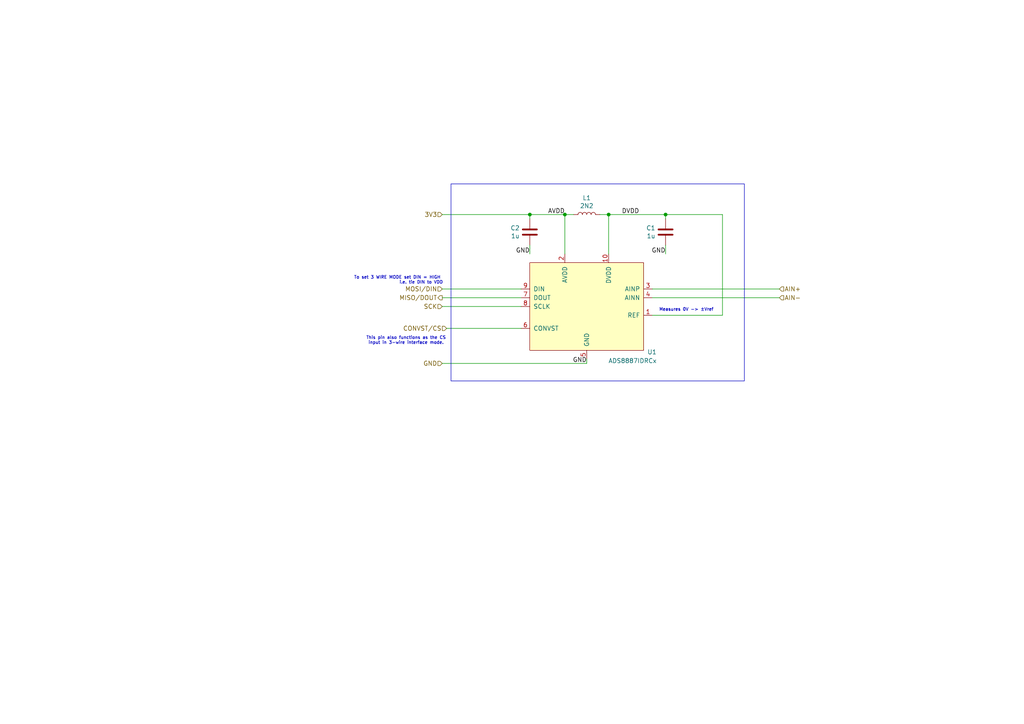
<source format=kicad_sch>
(kicad_sch (version 20250114) (generator "eeschema") (generator_version "9.0")
  (paper "A4")
  (lib_symbols
    (symbol "Device:C" (pin_numbers (hide yes)) (pin_names (offset 0.254))
      (property "Reference" "C" (at 0.635 2.54 0))
      (property "Value" "C" (at 0.635 -2.54 0))
      (symbol "C_0_1"
        (polyline (pts (xy -2.032 0.762) (xy 2.032 0.762)) (stroke (width 0.508)))
        (polyline (pts (xy -2.032 -0.762) (xy 2.032 -0.762)) (stroke (width 0.508)))
      )
      (symbol "C_1_1"
        (pin passive line (at 0 3.81 270) (length 2.794) (name "~") (number "1"))
        (pin passive line (at 0 -3.81 90) (length 2.794) (name "~") (number "2"))
      )
    )
    (symbol "Device:L" (pin_numbers (hide yes)) (pin_names (offset 1.016) (hide yes))
      (property "Reference" "L" (at -1.27 0 90))
      (property "Value" "L" (at 1.905 0 90))
      (symbol "L_0_1"
        (arc (start 0 2.54) (mid 0.6323 1.905) (end 0 1.27))
        (arc (start 0 1.27) (mid 0.6323 0.635) (end 0 0))
        (arc (start 0 0) (mid 0.6323 -0.635) (end 0 -1.27))
        (arc (start 0 -1.27) (mid 0.6323 -1.905) (end 0 -2.54))
      )
      (symbol "L_1_1"
        (pin passive line (at 0 3.81 270) (length 1.27) (name "1") (number "1"))
        (pin passive line (at 0 -3.81 90) (length 1.27) (name "2") (number "2"))
      )
    )
    (symbol "william_adc:ADS8887IDRCx" (pin_names (offset 1.016))
      (property "Reference" "U" (at -6.35 0 0))
      (property "Value" "ADS8887IDRCx" (at 0 -2.54 0))
      (symbol "ADS8887IDRCx_1_1"
        (rectangle (start -16.51 11.43) (end 16.51 -13.97) (fill (type background)))
        (pin input line (at -19.05 3.81 0) (length 2.54) (name "AINP") (number "3"))
        (pin input line (at -19.05 1.27 0) (length 2.54) (name "AINN") (number "4"))
        (pin input line (at -19.05 -3.81 0) (length 2.54) (name "REF") (number "1"))
        (pin power_in line (at -6.35 13.97 270) (length 2.54) (name "DVDD") (number "10"))
        (pin passive line (at 0 -16.51 90) (length 2.54) (hide yes) (name "THERMAL") (number "11"))
        (pin power_in line (at 0 -16.51 90) (length 2.54) (name "GND") (number "5"))
        (pin input line (at 6.35 13.97 270) (length 2.54) (name "AVDD") (number "2"))
        (pin input line (at 19.05 3.81 180) (length 2.54) (name "DIN") (number "9"))
        (pin output line (at 19.05 1.27 180) (length 2.54) (name "DOUT") (number "7"))
        (pin input line (at 19.05 -1.27 180) (length 2.54) (name "SCLK") (number "8"))
        (pin input line (at 19.05 -7.62 180) (length 2.54) (name "CONVST") (number "6"))
      )
    )
  )
  (rectangle (start 130.81 53.34) (end 215.9 110.49))
  (text "To set 3 WIRE MODE set DIN = HIGH \ni.e. tie DIN to VDD" (at 128.524 82.55 0) (effects (font (size 0.889 0.889)) (justify right bottom)))
  (text "This pin also functions as the CS \ninput in 3-wire interface mode. " (at 118.11 98.806 0) (effects (font (size 0.889 0.889))))
  (text "Measures 0V -> ±Vref" (at 207.01 90.424 0) (effects (font (size 0.889 0.889)) (justify right bottom)))
  (junction (at 176.53 62.23))
  (junction (at 193.04 62.23))
  (junction (at 153.67 62.23))
  (junction (at 163.83 62.23))
  (wire (pts (xy 163.83 62.23) (xy 153.67 62.23)))
  (wire (pts (xy 193.04 62.23) (xy 193.04 63.5)))
  (wire (pts (xy 209.55 91.44) (xy 209.55 62.23)))
  (wire (pts (xy 176.53 62.23) (xy 176.53 73.66)))
  (wire (pts (xy 226.06 83.82) (xy 189.23 83.82)))
  (wire (pts (xy 209.55 62.23) (xy 193.04 62.23)))
  (wire (pts (xy 173.99 62.23) (xy 176.53 62.23)))
  (wire (pts (xy 163.83 62.23) (xy 163.83 73.66)))
  (wire (pts (xy 153.67 71.12) (xy 153.67 73.66)))
  (wire (pts (xy 128.27 62.23) (xy 153.67 62.23)))
  (wire (pts (xy 128.27 88.9) (xy 151.13 88.9)))
  (wire (pts (xy 153.67 62.23) (xy 153.67 63.5)))
  (wire (pts (xy 226.06 86.36) (xy 189.23 86.36)))
  (wire (pts (xy 129.54 95.25) (xy 151.13 95.25)))
  (wire (pts (xy 166.37 62.23) (xy 163.83 62.23)))
  (wire (pts (xy 128.27 105.41) (xy 170.18 105.41)))
  (wire (pts (xy 128.27 86.36) (xy 151.13 86.36)))
  (wire (pts (xy 193.04 62.23) (xy 176.53 62.23)))
  (wire (pts (xy 128.27 83.82) (xy 151.13 83.82)))
  (wire (pts (xy 209.55 91.44) (xy 189.23 91.44)))
  (wire (pts (xy 193.04 73.66) (xy 193.04 71.12)))
  (wire (pts (xy 170.18 105.41) (xy 170.18 104.14)))
  (label "GND" (at 170.18 105.41 180))
  (label "GND" (at 193.04 73.66 180))
  (label "GND" (at 153.67 73.66 180))
  (label "DVDD" (at 185.42 62.23 180))
  (label "AVDD" (at 163.83 62.23 180))
  (hierarchical_label "3V3" (shape input) (at 128.27 62.23 180))
  (hierarchical_label "SCK" (shape input) (at 128.27 88.9 180))
  (hierarchical_label "CONVST{slash}CS" (shape input) (at 129.54 95.25 180))
  (hierarchical_label "GND" (shape input) (at 128.27 105.41 180))
  (hierarchical_label "MOSI{slash}DIN" (shape input) (at 128.27 83.82 180))
  (hierarchical_label "AIN-" (shape input) (at 226.06 86.36 0))
  (hierarchical_label "AIN+" (shape input) (at 226.06 83.82 0))
  (hierarchical_label "MISO{slash}DOUT" (shape output) (at 128.27 86.36 180))
  (symbol (lib_id "Device:L") (at 170.18 62.23 270) (mirror x) (unit 1)
    (property "Reference" "L1" (at 170.18 57.404 90))
    (property "Value" "2N2" (at 170.18 59.7154 90))
    (property "Footprint" "Inductor_SMD:L_0603_1608Metric" (effects (hide yes)))
  )
  (symbol (lib_id "Device:C") (at 193.04 67.31 0) (mirror y) (unit 1)
    (property "Reference" "C1" (at 190.119 66.1416 0) (effects (justify left)))
    (property "Value" "1u" (at 190.119 68.453 0) (effects (justify left)))
    (property "Footprint" "Capacitor_SMD:C_0603_1608Metric" (effects (hide yes)))
  )
  (symbol (lib_id "Device:C") (at 153.67 67.31 0) (mirror y) (unit 1)
    (property "Reference" "C2" (at 150.749 66.1416 0) (effects (justify left)))
    (property "Value" "1u" (at 150.749 68.453 0) (effects (justify left)))
    (property "Footprint" "Capacitor_SMD:C_0603_1608Metric" (effects (hide yes)))
  )
  (symbol (lib_id "william_adc:ADS8887IDRCx") (at 170.18 87.63 0) (mirror y) (unit 1)
    (property "Reference" "U1" (at 190.5 102.108 0) (effects (justify left)))
    (property "Value" "ADS8887IDRCx" (at 190.5 104.648 0) (effects (justify left)))
    (property "Datasheet" "http://www.ti.com/lit/ds/symlink/ads8887.pdf" (effects (hide yes)))
  )
)
</source>
